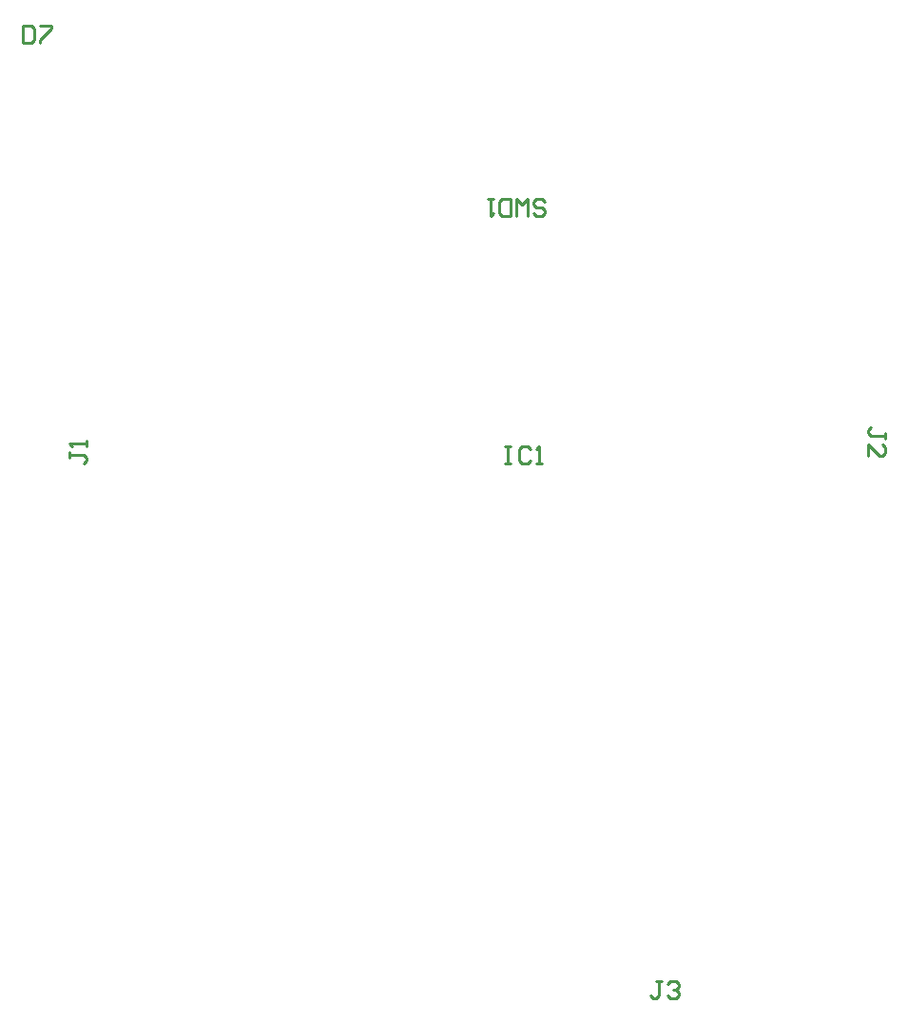
<source format=gbr>
%TF.GenerationSoftware,Altium Limited,Altium Designer,24.1.2 (44)*%
G04 Layer_Color=32896*
%FSLAX45Y45*%
%MOMM*%
%TF.SameCoordinates,E01E6690-4C2E-4FB1-AE08-5A5A66155338*%
%TF.FilePolarity,Positive*%
%TF.FileFunction,Other,Top_Designator*%
%TF.Part,Single*%
G01*
G75*
%TA.AperFunction,NonConductor*%
%ADD53C,0.25400*%
D53*
X9855654Y8287277D02*
X9906437D01*
X9881046D01*
Y8134926D01*
X9855654D01*
X9906437D01*
X10084180Y8261885D02*
X10058788Y8287277D01*
X10008004D01*
X9982612Y8261885D01*
Y8160318D01*
X10008004Y8134926D01*
X10058788D01*
X10084180Y8160318D01*
X10134963Y8134926D02*
X10185747D01*
X10160355D01*
Y8287277D01*
X10134963Y8261885D01*
X11252208Y3530575D02*
X11201425D01*
X11226817D01*
Y3403617D01*
X11201425Y3378225D01*
X11176033D01*
X11150641Y3403617D01*
X11302992Y3505183D02*
X11328384Y3530575D01*
X11379167D01*
X11404559Y3505183D01*
Y3479792D01*
X11379167Y3454400D01*
X11353775D01*
X11379167D01*
X11404559Y3429008D01*
Y3403617D01*
X11379167Y3378225D01*
X11328384D01*
X11302992Y3403617D01*
X5562641Y12026876D02*
Y11874525D01*
X5638817D01*
X5664209Y11899917D01*
Y12001484D01*
X5638817Y12026876D01*
X5562641D01*
X5714992D02*
X5816559D01*
Y12001484D01*
X5714992Y11899917D01*
Y11874525D01*
X5977172Y8241265D02*
Y8190482D01*
Y8215874D01*
X6104131D01*
X6129523Y8190482D01*
Y8165090D01*
X6104131Y8139698D01*
X6129523Y8292049D02*
Y8342832D01*
Y8317441D01*
X5977172D01*
X6002564Y8292049D01*
X10109150Y10363216D02*
X10134542Y10337824D01*
X10185326D01*
X10210718Y10363216D01*
Y10388608D01*
X10185326Y10413999D01*
X10134542D01*
X10109150Y10439391D01*
Y10464783D01*
X10134542Y10490175D01*
X10185326D01*
X10210718Y10464783D01*
X10058367Y10337824D02*
Y10490175D01*
X10007583Y10439391D01*
X9956800Y10490175D01*
Y10337824D01*
X9906016D02*
Y10490175D01*
X9829841D01*
X9804449Y10464783D01*
Y10363216D01*
X9829841Y10337824D01*
X9906016D01*
X9753666Y10490175D02*
X9702882D01*
X9728274D01*
Y10337824D01*
X9753666Y10363216D01*
X13237927Y8357626D02*
Y8408410D01*
Y8383018D01*
X13110970D01*
X13085577Y8408410D01*
Y8433802D01*
X13110970Y8459194D01*
X13085577Y8205276D02*
Y8306843D01*
X13187144Y8205276D01*
X13212537D01*
X13237927Y8230668D01*
Y8281451D01*
X13212537Y8306843D01*
%TF.MD5,473b0d03b537c976fc5d3d1ff2f780a1*%
M02*

</source>
